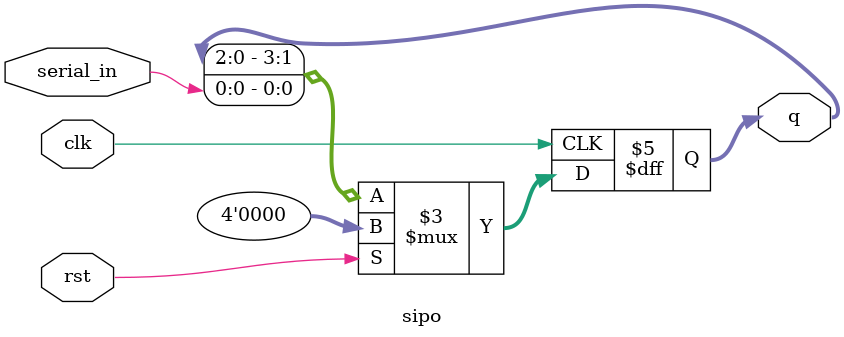
<source format=v>
module sipo(input clk, rst, serial_in, output reg [3:0] q);
    always @(posedge clk) begin
        if(rst) q <= 0;
        else q <= {q[2:0], serial_in};
    end
endmodule

</source>
